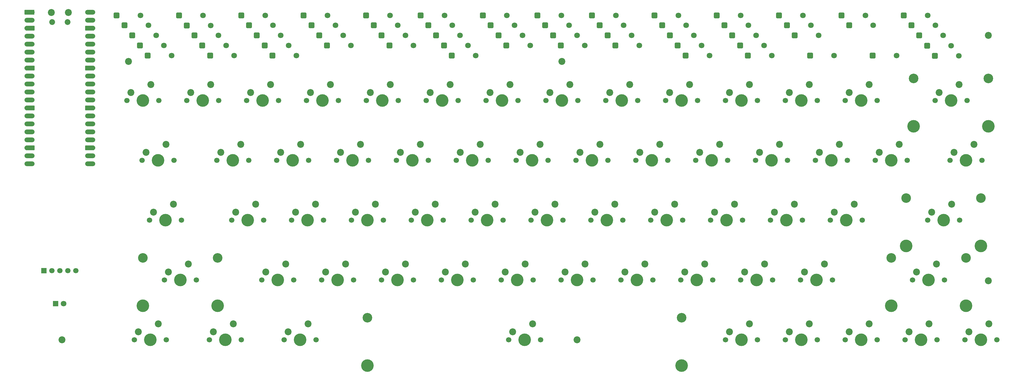
<source format=gbr>
%TF.GenerationSoftware,KiCad,Pcbnew,9.0.4*%
%TF.CreationDate,2025-10-25T13:09:07+02:00*%
%TF.ProjectId,orione-v2,6f72696f-6e65-42d7-9632-2e6b69636164,rev?*%
%TF.SameCoordinates,Original*%
%TF.FileFunction,Soldermask,Top*%
%TF.FilePolarity,Negative*%
%FSLAX46Y46*%
G04 Gerber Fmt 4.6, Leading zero omitted, Abs format (unit mm)*
G04 Created by KiCad (PCBNEW 9.0.4) date 2025-10-25 13:09:07*
%MOMM*%
%LPD*%
G01*
G04 APERTURE LIST*
G04 Aperture macros list*
%AMRoundRect*
0 Rectangle with rounded corners*
0 $1 Rounding radius*
0 $2 $3 $4 $5 $6 $7 $8 $9 X,Y pos of 4 corners*
0 Add a 4 corners polygon primitive as box body*
4,1,4,$2,$3,$4,$5,$6,$7,$8,$9,$2,$3,0*
0 Add four circle primitives for the rounded corners*
1,1,$1+$1,$2,$3*
1,1,$1+$1,$4,$5*
1,1,$1+$1,$6,$7*
1,1,$1+$1,$8,$9*
0 Add four rect primitives between the rounded corners*
20,1,$1+$1,$2,$3,$4,$5,0*
20,1,$1+$1,$4,$5,$6,$7,0*
20,1,$1+$1,$6,$7,$8,$9,0*
20,1,$1+$1,$8,$9,$2,$3,0*%
%AMFreePoly0*
4,1,37,0.800000,0.796148,0.878414,0.796148,1.032228,0.765552,1.177117,0.705537,1.307515,0.618408,1.418408,0.507515,1.505537,0.377117,1.565552,0.232228,1.596148,0.078414,1.596148,-0.078414,1.565552,-0.232228,1.505537,-0.377117,1.418408,-0.507515,1.307515,-0.618408,1.177117,-0.705537,1.032228,-0.765552,0.878414,-0.796148,0.800000,-0.796148,0.800000,-0.800000,-1.400000,-0.800000,
-1.403843,-0.796157,-1.439018,-0.796157,-1.511114,-0.766294,-1.566294,-0.711114,-1.596157,-0.639018,-1.596157,-0.603843,-1.600000,-0.600000,-1.600000,0.600000,-1.596157,0.603843,-1.596157,0.639018,-1.566294,0.711114,-1.511114,0.766294,-1.439018,0.796157,-1.403843,0.796157,-1.400000,0.800000,0.800000,0.800000,0.800000,0.796148,0.800000,0.796148,$1*%
%AMFreePoly1*
4,1,37,0.000000,0.796148,0.078414,0.796148,0.232228,0.765552,0.377117,0.705537,0.507515,0.618408,0.618408,0.507515,0.705537,0.377117,0.765552,0.232228,0.796148,0.078414,0.796148,-0.078414,0.765552,-0.232228,0.705537,-0.377117,0.618408,-0.507515,0.507515,-0.618408,0.377117,-0.705537,0.232228,-0.765552,0.078414,-0.796148,0.000000,-0.796148,0.000000,-0.800000,-0.600000,-0.800000,
-0.603843,-0.796157,-0.639018,-0.796157,-0.711114,-0.766294,-0.766294,-0.711114,-0.796157,-0.639018,-0.796157,-0.603843,-0.800000,-0.600000,-0.800000,0.600000,-0.796157,0.603843,-0.796157,0.639018,-0.766294,0.711114,-0.711114,0.766294,-0.639018,0.796157,-0.603843,0.796157,-0.600000,0.800000,0.000000,0.800000,0.000000,0.796148,0.000000,0.796148,$1*%
%AMFreePoly2*
4,1,37,0.603843,0.796157,0.639018,0.796157,0.711114,0.766294,0.766294,0.711114,0.796157,0.639018,0.796157,0.603843,0.800000,0.600000,0.800000,-0.600000,0.796157,-0.603843,0.796157,-0.639018,0.766294,-0.711114,0.711114,-0.766294,0.639018,-0.796157,0.603843,-0.796157,0.600000,-0.800000,0.000000,-0.800000,0.000000,-0.796148,-0.078414,-0.796148,-0.232228,-0.765552,-0.377117,-0.705537,
-0.507515,-0.618408,-0.618408,-0.507515,-0.705537,-0.377117,-0.765552,-0.232228,-0.796148,-0.078414,-0.796148,0.078414,-0.765552,0.232228,-0.705537,0.377117,-0.618408,0.507515,-0.507515,0.618408,-0.377117,0.705537,-0.232228,0.765552,-0.078414,0.796148,0.000000,0.796148,0.000000,0.800000,0.600000,0.800000,0.603843,0.796157,0.603843,0.796157,$1*%
%AMFreePoly3*
4,1,37,1.403843,0.796157,1.439018,0.796157,1.511114,0.766294,1.566294,0.711114,1.596157,0.639018,1.596157,0.603843,1.600000,0.600000,1.600000,-0.600000,1.596157,-0.603843,1.596157,-0.639018,1.566294,-0.711114,1.511114,-0.766294,1.439018,-0.796157,1.403843,-0.796157,1.400000,-0.800000,-0.800000,-0.800000,-0.800000,-0.796148,-0.878414,-0.796148,-1.032228,-0.765552,-1.177117,-0.705537,
-1.307515,-0.618408,-1.418408,-0.507515,-1.505537,-0.377117,-1.565552,-0.232228,-1.596148,-0.078414,-1.596148,0.078414,-1.565552,0.232228,-1.505537,0.377117,-1.418408,0.507515,-1.307515,0.618408,-1.177117,0.705537,-1.032228,0.765552,-0.878414,0.796148,-0.800000,0.796148,-0.800000,0.800000,1.400000,0.800000,1.403843,0.796157,1.403843,0.796157,$1*%
G04 Aperture macros list end*
%ADD10C,2.200000*%
%ADD11C,1.700000*%
%ADD12C,4.000000*%
%ADD13C,3.050000*%
%ADD14RoundRect,0.250000X-0.650000X-0.650000X0.650000X-0.650000X0.650000X0.650000X-0.650000X0.650000X0*%
%ADD15C,1.800000*%
%ADD16R,1.800000X1.800000*%
%ADD17R,1.700000X1.700000*%
%ADD18RoundRect,0.800000X-0.800000X-0.000010X0.800000X-0.000010X0.800000X0.000010X-0.800000X0.000010X0*%
%ADD19C,1.600000*%
%ADD20FreePoly0,0.000000*%
%ADD21FreePoly1,0.000000*%
%ADD22FreePoly2,0.000000*%
%ADD23FreePoly3,0.000000*%
%ADD24RoundRect,0.200000X-0.600000X-0.600000X0.600000X-0.600000X0.600000X0.600000X-0.600000X0.600000X0*%
%ADD25C,1.850000*%
G04 APERTURE END LIST*
D10*
%TO.C,SW1*%
X83662500Y-104247500D03*
X90012500Y-101707500D03*
D11*
X92552500Y-106787500D03*
D12*
X87472500Y-106787500D03*
D11*
X82392500Y-106787500D03*
%TD*%
D10*
%TO.C,SW2*%
X102712500Y-104247500D03*
X109062500Y-101707500D03*
D11*
X111602500Y-106787500D03*
D12*
X106522500Y-106787500D03*
D11*
X101442500Y-106787500D03*
%TD*%
D10*
%TO.C,SW3*%
X121762500Y-104247500D03*
X128112500Y-101707500D03*
D11*
X130652500Y-106787500D03*
D12*
X125572500Y-106787500D03*
D11*
X120492500Y-106787500D03*
%TD*%
D10*
%TO.C,SW4*%
X140812500Y-104247500D03*
X147162500Y-101707500D03*
D11*
X149702500Y-106787500D03*
D12*
X144622500Y-106787500D03*
D11*
X139542500Y-106787500D03*
%TD*%
D10*
%TO.C,SW5*%
X159862500Y-104247500D03*
X166212500Y-101707500D03*
D11*
X168752500Y-106787500D03*
D12*
X163672500Y-106787500D03*
D11*
X158592500Y-106787500D03*
%TD*%
D10*
%TO.C,SW6*%
X178912500Y-104247500D03*
X185262500Y-101707500D03*
D11*
X187802500Y-106787500D03*
D12*
X182722500Y-106787500D03*
D11*
X177642500Y-106787500D03*
%TD*%
D10*
%TO.C,SW7*%
X197962500Y-104247500D03*
X204312500Y-101707500D03*
D11*
X206852500Y-106787500D03*
D12*
X201772500Y-106787500D03*
D11*
X196692500Y-106787500D03*
%TD*%
D10*
%TO.C,SW8*%
X217012500Y-104247500D03*
X223362500Y-101707500D03*
D11*
X225902500Y-106787500D03*
D12*
X220822500Y-106787500D03*
D11*
X215742500Y-106787500D03*
%TD*%
D10*
%TO.C,SW9*%
X236062500Y-104247500D03*
X242412500Y-101707500D03*
D11*
X244952500Y-106787500D03*
D12*
X239872500Y-106787500D03*
D11*
X234792500Y-106787500D03*
%TD*%
D10*
%TO.C,SW10*%
X255112500Y-104247500D03*
X261462500Y-101707500D03*
D11*
X264002500Y-106787500D03*
D12*
X258922500Y-106787500D03*
D11*
X253842500Y-106787500D03*
%TD*%
D10*
%TO.C,SW11*%
X274162500Y-104247500D03*
X280512500Y-101707500D03*
D11*
X283052500Y-106787500D03*
D12*
X277972500Y-106787500D03*
D11*
X272892500Y-106787500D03*
%TD*%
D10*
%TO.C,SW12*%
X293212500Y-104247500D03*
X299562500Y-101707500D03*
D11*
X302102500Y-106787500D03*
D12*
X297022500Y-106787500D03*
D11*
X291942500Y-106787500D03*
%TD*%
D10*
%TO.C,SW13*%
X312262500Y-104247500D03*
X318612500Y-101707500D03*
D11*
X321152500Y-106787500D03*
D12*
X316072500Y-106787500D03*
D11*
X310992500Y-106787500D03*
%TD*%
D10*
%TO.C,SW14*%
X340837500Y-104247500D03*
X347187500Y-101707500D03*
D12*
X356547500Y-115027500D03*
D13*
X356547500Y-99787500D03*
D11*
X349727500Y-106787500D03*
D12*
X344647500Y-106787500D03*
D11*
X339567500Y-106787500D03*
D12*
X332747500Y-115027500D03*
D13*
X332747500Y-99787500D03*
%TD*%
D10*
%TO.C,SW15*%
X88425000Y-123297500D03*
X94775000Y-120757500D03*
D11*
X97315000Y-125837500D03*
D12*
X92235000Y-125837500D03*
D11*
X87155000Y-125837500D03*
%TD*%
D10*
%TO.C,SW16*%
X112237500Y-123297500D03*
X118587500Y-120757500D03*
D11*
X121127500Y-125837500D03*
D12*
X116047500Y-125837500D03*
D11*
X110967500Y-125837500D03*
%TD*%
D10*
%TO.C,SW17*%
X131287500Y-123297500D03*
X137637500Y-120757500D03*
D11*
X140177500Y-125837500D03*
D12*
X135097500Y-125837500D03*
D11*
X130017500Y-125837500D03*
%TD*%
D10*
%TO.C,SW18*%
X150337500Y-123297500D03*
X156687500Y-120757500D03*
D11*
X159227500Y-125837500D03*
D12*
X154147500Y-125837500D03*
D11*
X149067500Y-125837500D03*
%TD*%
D10*
%TO.C,SW19*%
X169387500Y-123297500D03*
X175737500Y-120757500D03*
D11*
X178277500Y-125837500D03*
D12*
X173197500Y-125837500D03*
D11*
X168117500Y-125837500D03*
%TD*%
D10*
%TO.C,SW20*%
X188437500Y-123297500D03*
X194787500Y-120757500D03*
D11*
X197327500Y-125837500D03*
D12*
X192247500Y-125837500D03*
D11*
X187167500Y-125837500D03*
%TD*%
D10*
%TO.C,SW21*%
X207487500Y-123297500D03*
X213837500Y-120757500D03*
D11*
X216377500Y-125837500D03*
D12*
X211297500Y-125837500D03*
D11*
X206217500Y-125837500D03*
%TD*%
D10*
%TO.C,SW22*%
X226537500Y-123297500D03*
X232887500Y-120757500D03*
D11*
X235427500Y-125837500D03*
D12*
X230347500Y-125837500D03*
D11*
X225267500Y-125837500D03*
%TD*%
D10*
%TO.C,SW23*%
X245587500Y-123297500D03*
X251937500Y-120757500D03*
D11*
X254477500Y-125837500D03*
D12*
X249397500Y-125837500D03*
D11*
X244317500Y-125837500D03*
%TD*%
D10*
%TO.C,SW24*%
X264637500Y-123297500D03*
X270987500Y-120757500D03*
D11*
X273527500Y-125837500D03*
D12*
X268447500Y-125837500D03*
D11*
X263367500Y-125837500D03*
%TD*%
D10*
%TO.C,SW25*%
X283687500Y-123297500D03*
X290037500Y-120757500D03*
D11*
X292577500Y-125837500D03*
D12*
X287497500Y-125837500D03*
D11*
X282417500Y-125837500D03*
%TD*%
D10*
%TO.C,SW26*%
X302737500Y-123297500D03*
X309087500Y-120757500D03*
D11*
X311627500Y-125837500D03*
D12*
X306547500Y-125837500D03*
D11*
X301467500Y-125837500D03*
%TD*%
D10*
%TO.C,SW27*%
X321787500Y-123297500D03*
X328137500Y-120757500D03*
D11*
X330677500Y-125837500D03*
D12*
X325597500Y-125837500D03*
D11*
X320517500Y-125837500D03*
%TD*%
%TO.C,SW28*%
X344330000Y-125837500D03*
D12*
X349410000Y-125837500D03*
D11*
X354490000Y-125837500D03*
D10*
X351950000Y-120757500D03*
X345600000Y-123297500D03*
%TD*%
%TO.C,SW29*%
X90806250Y-142347500D03*
X97156250Y-139807500D03*
D11*
X99696250Y-144887500D03*
D12*
X94616250Y-144887500D03*
D11*
X89536250Y-144887500D03*
%TD*%
D10*
%TO.C,SW30*%
X117000000Y-142347500D03*
X123350000Y-139807500D03*
D11*
X125890000Y-144887500D03*
D12*
X120810000Y-144887500D03*
D11*
X115730000Y-144887500D03*
%TD*%
D10*
%TO.C,SW31*%
X136050000Y-142347500D03*
X142400000Y-139807500D03*
D11*
X144940000Y-144887500D03*
D12*
X139860000Y-144887500D03*
D11*
X134780000Y-144887500D03*
%TD*%
D10*
%TO.C,SW32*%
X155100000Y-142347500D03*
X161450000Y-139807500D03*
D11*
X163990000Y-144887500D03*
D12*
X158910000Y-144887500D03*
D11*
X153830000Y-144887500D03*
%TD*%
D10*
%TO.C,SW33*%
X174150000Y-142347500D03*
X180500000Y-139807500D03*
D11*
X183040000Y-144887500D03*
D12*
X177960000Y-144887500D03*
D11*
X172880000Y-144887500D03*
%TD*%
D10*
%TO.C,SW34*%
X193200000Y-142347500D03*
X199550000Y-139807500D03*
D11*
X202090000Y-144887500D03*
D12*
X197010000Y-144887500D03*
D11*
X191930000Y-144887500D03*
%TD*%
D10*
%TO.C,SW35*%
X212250000Y-142347500D03*
X218600000Y-139807500D03*
D11*
X221140000Y-144887500D03*
D12*
X216060000Y-144887500D03*
D11*
X210980000Y-144887500D03*
%TD*%
D10*
%TO.C,SW36*%
X231300000Y-142347500D03*
X237650000Y-139807500D03*
D11*
X240190000Y-144887500D03*
D12*
X235110000Y-144887500D03*
D11*
X230030000Y-144887500D03*
%TD*%
D10*
%TO.C,SW37*%
X250350000Y-142347500D03*
X256700000Y-139807500D03*
D11*
X259240000Y-144887500D03*
D12*
X254160000Y-144887500D03*
D11*
X249080000Y-144887500D03*
%TD*%
D10*
%TO.C,SW38*%
X269400000Y-142347500D03*
X275750000Y-139807500D03*
D11*
X278290000Y-144887500D03*
D12*
X273210000Y-144887500D03*
D11*
X268130000Y-144887500D03*
%TD*%
D10*
%TO.C,SW39*%
X288450000Y-142347500D03*
X294800000Y-139807500D03*
D11*
X297340000Y-144887500D03*
D12*
X292260000Y-144887500D03*
D11*
X287180000Y-144887500D03*
%TD*%
D10*
%TO.C,SW40*%
X307500000Y-142347500D03*
X313850000Y-139807500D03*
D11*
X316390000Y-144887500D03*
D12*
X311310000Y-144887500D03*
D11*
X306230000Y-144887500D03*
%TD*%
D10*
%TO.C,SW41*%
X338456250Y-142347500D03*
X344806250Y-139807500D03*
D12*
X354166250Y-153127500D03*
D13*
X354166250Y-137887500D03*
D11*
X347346250Y-144887500D03*
D12*
X342266250Y-144887500D03*
D11*
X337186250Y-144887500D03*
D12*
X330366250Y-153127500D03*
D13*
X330366250Y-137887500D03*
%TD*%
D10*
%TO.C,SW42*%
X95568750Y-161397500D03*
X101918750Y-158857500D03*
D12*
X111278750Y-172177500D03*
D13*
X111278750Y-156937500D03*
D11*
X104458750Y-163937500D03*
D12*
X99378750Y-163937500D03*
D11*
X94298750Y-163937500D03*
D12*
X87478750Y-172177500D03*
D13*
X87478750Y-156937500D03*
%TD*%
D10*
%TO.C,SW43*%
X126525000Y-161397500D03*
X132875000Y-158857500D03*
D11*
X135415000Y-163937500D03*
D12*
X130335000Y-163937500D03*
D11*
X125255000Y-163937500D03*
%TD*%
D10*
%TO.C,SW44*%
X145575000Y-161397500D03*
X151925000Y-158857500D03*
D11*
X154465000Y-163937500D03*
D12*
X149385000Y-163937500D03*
D11*
X144305000Y-163937500D03*
%TD*%
D10*
%TO.C,SW45*%
X164625000Y-161397500D03*
X170975000Y-158857500D03*
D11*
X173515000Y-163937500D03*
D12*
X168435000Y-163937500D03*
D11*
X163355000Y-163937500D03*
%TD*%
D10*
%TO.C,SW46*%
X183675000Y-161397500D03*
X190025000Y-158857500D03*
D11*
X192565000Y-163937500D03*
D12*
X187485000Y-163937500D03*
D11*
X182405000Y-163937500D03*
%TD*%
D10*
%TO.C,SW47*%
X202725000Y-161397500D03*
X209075000Y-158857500D03*
D11*
X211615000Y-163937500D03*
D12*
X206535000Y-163937500D03*
D11*
X201455000Y-163937500D03*
%TD*%
D10*
%TO.C,SW48*%
X221775000Y-161397500D03*
X228125000Y-158857500D03*
D11*
X230665000Y-163937500D03*
D12*
X225585000Y-163937500D03*
D11*
X220505000Y-163937500D03*
%TD*%
D10*
%TO.C,SW49*%
X240825000Y-161397500D03*
X247175000Y-158857500D03*
D11*
X249715000Y-163937500D03*
D12*
X244635000Y-163937500D03*
D11*
X239555000Y-163937500D03*
%TD*%
D10*
%TO.C,SW50*%
X259875000Y-161397500D03*
X266225000Y-158857500D03*
D11*
X268765000Y-163937500D03*
D12*
X263685000Y-163937500D03*
D11*
X258605000Y-163937500D03*
%TD*%
D10*
%TO.C,SW51*%
X278925000Y-161397500D03*
X285275000Y-158857500D03*
D11*
X287815000Y-163937500D03*
D12*
X282735000Y-163937500D03*
D11*
X277655000Y-163937500D03*
%TD*%
D10*
%TO.C,SW52*%
X297975000Y-161397500D03*
X304325000Y-158857500D03*
D11*
X306865000Y-163937500D03*
D12*
X301785000Y-163937500D03*
D11*
X296705000Y-163937500D03*
%TD*%
D10*
%TO.C,SW53*%
X333693750Y-161397500D03*
X340043750Y-158857500D03*
D12*
X349403750Y-172177500D03*
D13*
X349403750Y-156937500D03*
D11*
X342583750Y-163937500D03*
D12*
X337503750Y-163937500D03*
D11*
X332423750Y-163937500D03*
D12*
X325603750Y-172177500D03*
D13*
X325603750Y-156937500D03*
%TD*%
D10*
%TO.C,SW54*%
X86043750Y-180447500D03*
X92393750Y-177907500D03*
D11*
X94933750Y-182987500D03*
D12*
X89853750Y-182987500D03*
D11*
X84773750Y-182987500D03*
%TD*%
D10*
%TO.C,SW55*%
X109856250Y-180447500D03*
X116206250Y-177907500D03*
D11*
X118746250Y-182987500D03*
D12*
X113666250Y-182987500D03*
D11*
X108586250Y-182987500D03*
%TD*%
D10*
%TO.C,SW56*%
X133668750Y-180447500D03*
X140018750Y-177907500D03*
D11*
X142558750Y-182987500D03*
D12*
X137478750Y-182987500D03*
D11*
X132398750Y-182987500D03*
%TD*%
D10*
%TO.C,SW57*%
X205106250Y-180447500D03*
X211456250Y-177907500D03*
D12*
X258916250Y-191227500D03*
D13*
X258916250Y-175987500D03*
D11*
X213996250Y-182987500D03*
D12*
X208916250Y-182987500D03*
D11*
X203836250Y-182987500D03*
D12*
X158916250Y-191227500D03*
D13*
X158916250Y-175987500D03*
%TD*%
D10*
%TO.C,SW58*%
X274162500Y-180447500D03*
X280512500Y-177907500D03*
D11*
X283052500Y-182987500D03*
D12*
X277972500Y-182987500D03*
D11*
X272892500Y-182987500D03*
%TD*%
D10*
%TO.C,SW59*%
X293212500Y-180447500D03*
X299562500Y-177907500D03*
D11*
X302102500Y-182987500D03*
D12*
X297022500Y-182987500D03*
D11*
X291942500Y-182987500D03*
%TD*%
D10*
%TO.C,SW60*%
X312262500Y-180447500D03*
X318612500Y-177907500D03*
D11*
X321152500Y-182987500D03*
D12*
X316072500Y-182987500D03*
D11*
X310992500Y-182987500D03*
%TD*%
D10*
%TO.C,SW61*%
X331312500Y-180447500D03*
X337662500Y-177907500D03*
D11*
X340202500Y-182987500D03*
D12*
X335122500Y-182987500D03*
D11*
X330042500Y-182987500D03*
%TD*%
D10*
%TO.C,SW62*%
X350362500Y-180447500D03*
X356712500Y-177907500D03*
D11*
X359252500Y-182987500D03*
D12*
X354172500Y-182987500D03*
D11*
X349092500Y-182987500D03*
%TD*%
D14*
%TO.C,D7*%
X195667500Y-79662500D03*
D15*
X203287500Y-79662500D03*
%TD*%
D14*
%TO.C,D38*%
X255187500Y-86070000D03*
D15*
X262807500Y-86070000D03*
%TD*%
D14*
%TO.C,D50*%
X237810000Y-89280000D03*
D15*
X245430000Y-89280000D03*
%TD*%
D14*
%TO.C,D55*%
X108850000Y-92480000D03*
D15*
X116470000Y-92480000D03*
%TD*%
D14*
%TO.C,D11*%
X270067500Y-79662500D03*
D15*
X277687500Y-79662500D03*
%TD*%
D10*
%TO.C,REF\u002A\u002A*%
X82902500Y-94305000D03*
%TD*%
D14*
%TO.C,D2*%
X98947500Y-79662500D03*
D15*
X106567500Y-79662500D03*
%TD*%
D14*
%TO.C,D23*%
X232850000Y-82860000D03*
D15*
X240470000Y-82860000D03*
%TD*%
D14*
%TO.C,D15*%
X81587500Y-82862500D03*
D15*
X89207500Y-82862500D03*
%TD*%
D14*
%TO.C,D24*%
X252700000Y-82860000D03*
D15*
X260320000Y-82860000D03*
%TD*%
D14*
%TO.C,D37*%
X235340000Y-86070000D03*
D15*
X242960000Y-86070000D03*
%TD*%
D14*
%TO.C,D44*%
X126197500Y-89275000D03*
D15*
X133817500Y-89275000D03*
%TD*%
%TO.C,D63*%
X62253460Y-171470000D03*
D16*
X59713460Y-171470000D03*
%TD*%
D14*
%TO.C,D48*%
X203100000Y-89280000D03*
D15*
X210720000Y-89280000D03*
%TD*%
D14*
%TO.C,D21*%
X198140000Y-82860000D03*
D15*
X205760000Y-82860000D03*
%TD*%
D14*
%TO.C,D8*%
X213027500Y-79662500D03*
D15*
X220647500Y-79662500D03*
%TD*%
D14*
%TO.C,D9*%
X230387500Y-79662500D03*
D15*
X238007500Y-79662500D03*
%TD*%
D14*
%TO.C,D57*%
X185730000Y-92490000D03*
D15*
X193350000Y-92490000D03*
%TD*%
D14*
%TO.C,D43*%
X106360000Y-89280000D03*
D15*
X113980000Y-89280000D03*
%TD*%
D14*
%TO.C,D14*%
X329587500Y-79662500D03*
D15*
X337207500Y-79662500D03*
%TD*%
D14*
%TO.C,D59*%
X279970000Y-92490000D03*
D15*
X287590000Y-92490000D03*
%TD*%
D14*
%TO.C,D62*%
X339490000Y-92530000D03*
D15*
X347110000Y-92530000D03*
%TD*%
D14*
%TO.C,D35*%
X200610000Y-86070000D03*
D15*
X208230000Y-86070000D03*
%TD*%
D14*
%TO.C,D33*%
X163427500Y-86062500D03*
D15*
X171047500Y-86062500D03*
%TD*%
D14*
%TO.C,D28*%
X332050000Y-82870000D03*
D15*
X339670000Y-82870000D03*
%TD*%
D10*
%TO.C,REF\u002A\u002A*%
X225585000Y-182987500D03*
%TD*%
D14*
%TO.C,D47*%
X183260000Y-89280000D03*
D15*
X190880000Y-89280000D03*
%TD*%
D14*
%TO.C,D3*%
X118787500Y-79662500D03*
D15*
X126407500Y-79662500D03*
%TD*%
D17*
%TO.C,J1*%
X55938460Y-160970000D03*
D11*
X58478460Y-160970000D03*
X61018460Y-160970000D03*
X63558460Y-160970000D03*
X66098460Y-160970000D03*
%TD*%
D14*
%TO.C,D10*%
X250227500Y-79662500D03*
D15*
X257847500Y-79662500D03*
%TD*%
D14*
%TO.C,D34*%
X180787500Y-86070000D03*
D15*
X188407500Y-86070000D03*
%TD*%
D14*
%TO.C,D46*%
X165900000Y-89270000D03*
D15*
X173520000Y-89270000D03*
%TD*%
D14*
%TO.C,D52*%
X277500000Y-89280000D03*
D15*
X285120000Y-89280000D03*
%TD*%
D14*
%TO.C,D49*%
X220460000Y-89280000D03*
D15*
X228080000Y-89280000D03*
%TD*%
D14*
%TO.C,D30*%
X103870000Y-86080000D03*
D15*
X111490000Y-86080000D03*
%TD*%
D14*
%TO.C,D25*%
X272547500Y-82865000D03*
D15*
X280167500Y-82865000D03*
%TD*%
D14*
%TO.C,D51*%
X257660000Y-89280000D03*
D15*
X265280000Y-89280000D03*
%TD*%
D14*
%TO.C,D32*%
X143587500Y-86065000D03*
D15*
X151207500Y-86065000D03*
%TD*%
D10*
%TO.C,REF\u002A\u002A*%
X356547500Y-164205000D03*
%TD*%
%TO.C,REF\u002A\u002A*%
X220822500Y-94305000D03*
%TD*%
D14*
%TO.C,D22*%
X215500000Y-82860000D03*
D15*
X223120000Y-82860000D03*
%TD*%
D14*
%TO.C,D45*%
X146067500Y-89265000D03*
D15*
X153687500Y-89265000D03*
%TD*%
D14*
%TO.C,D58*%
X260130000Y-92490000D03*
D15*
X267750000Y-92490000D03*
%TD*%
D14*
%TO.C,D13*%
X309747500Y-79662500D03*
D15*
X317367500Y-79662500D03*
%TD*%
D14*
%TO.C,D16*%
X101410000Y-82880000D03*
D15*
X109030000Y-82880000D03*
%TD*%
D10*
%TO.C,REF\u002A\u002A*%
X356547500Y-86055000D03*
%TD*%
D14*
%TO.C,D4*%
X138627500Y-79662500D03*
D15*
X146247500Y-79662500D03*
%TD*%
D14*
%TO.C,D31*%
X123720000Y-86080000D03*
D15*
X131340000Y-86080000D03*
%TD*%
D14*
%TO.C,D27*%
X312210000Y-82870000D03*
D15*
X319830000Y-82870000D03*
%TD*%
D14*
%TO.C,D12*%
X289907500Y-79665000D03*
D15*
X297527500Y-79665000D03*
%TD*%
D14*
%TO.C,D60*%
X299827500Y-92455000D03*
D15*
X307447500Y-92455000D03*
%TD*%
D14*
%TO.C,D42*%
X86520000Y-89280000D03*
D15*
X94140000Y-89280000D03*
%TD*%
D14*
%TO.C,D6*%
X175827500Y-79662500D03*
D15*
X183447500Y-79662500D03*
%TD*%
D14*
%TO.C,D26*%
X292387500Y-82862500D03*
D15*
X300007500Y-82862500D03*
%TD*%
D14*
%TO.C,D1*%
X79097500Y-79662500D03*
D15*
X86717500Y-79662500D03*
%TD*%
D10*
%TO.C,REF\u002A\u002A*%
X61712500Y-182987500D03*
%TD*%
D14*
%TO.C,D18*%
X141107500Y-82862500D03*
D15*
X148727500Y-82862500D03*
%TD*%
D14*
%TO.C,D40*%
X294860000Y-86070000D03*
D15*
X302480000Y-86070000D03*
%TD*%
D14*
%TO.C,D5*%
X158467500Y-79662500D03*
D15*
X166087500Y-79662500D03*
%TD*%
D14*
%TO.C,D41*%
X334530000Y-86090000D03*
D15*
X342150000Y-86090000D03*
%TD*%
D14*
%TO.C,D29*%
X84060000Y-86070000D03*
D15*
X91680000Y-86070000D03*
%TD*%
D14*
%TO.C,D56*%
X128667500Y-92470000D03*
D15*
X136287500Y-92470000D03*
%TD*%
D14*
%TO.C,D39*%
X275010000Y-86070000D03*
D15*
X282630000Y-86070000D03*
%TD*%
D14*
%TO.C,D53*%
X337027500Y-89310000D03*
D15*
X344647500Y-89310000D03*
%TD*%
D14*
%TO.C,D54*%
X89000000Y-92490000D03*
D15*
X96620000Y-92490000D03*
%TD*%
D14*
%TO.C,D61*%
X319667500Y-92455000D03*
D15*
X327287500Y-92455000D03*
%TD*%
D14*
%TO.C,D17*%
X121240000Y-82870000D03*
D15*
X128860000Y-82870000D03*
%TD*%
D14*
%TO.C,D20*%
X178307500Y-82862500D03*
D15*
X185927500Y-82862500D03*
%TD*%
D14*
%TO.C,D36*%
X217987500Y-86070000D03*
D15*
X225607500Y-86070000D03*
%TD*%
D14*
%TO.C,D19*%
X160930000Y-82870000D03*
D15*
X168550000Y-82870000D03*
%TD*%
D18*
%TO.C,A1*%
X70722100Y-78665000D03*
D19*
X69922100Y-78665000D03*
D18*
X70722100Y-81205000D03*
D19*
X69922100Y-81205000D03*
D20*
X70722100Y-83745000D03*
D21*
X69922100Y-83745000D03*
D18*
X70722100Y-86285000D03*
D19*
X69922100Y-86285000D03*
D18*
X70722100Y-88825000D03*
D19*
X69922100Y-88825000D03*
D18*
X70722100Y-91365000D03*
D19*
X69922100Y-91365000D03*
D18*
X70722100Y-93905000D03*
D19*
X69922100Y-93905000D03*
D20*
X70722100Y-96445000D03*
D21*
X69922100Y-96445000D03*
D18*
X70722100Y-98985000D03*
D19*
X69922100Y-98985000D03*
D18*
X70722100Y-101525000D03*
D19*
X69922100Y-101525000D03*
D18*
X70722100Y-104065000D03*
D19*
X69922100Y-104065000D03*
D18*
X70722100Y-106605000D03*
D19*
X69922100Y-106605000D03*
D20*
X70722100Y-109145000D03*
D21*
X69922100Y-109145000D03*
D18*
X70722100Y-111685000D03*
D19*
X69922100Y-111685000D03*
D18*
X70722100Y-114225000D03*
D19*
X69922100Y-114225000D03*
D18*
X70722100Y-116765000D03*
D19*
X69922100Y-116765000D03*
D18*
X70722100Y-119305000D03*
D19*
X69922100Y-119305000D03*
D20*
X70722100Y-121845000D03*
D21*
X69922100Y-121845000D03*
D18*
X70722100Y-124385000D03*
D19*
X69922100Y-124385000D03*
D18*
X70722100Y-126925000D03*
D19*
X69922100Y-126925000D03*
X52142100Y-126925000D03*
D18*
X51342100Y-126925000D03*
D19*
X52142100Y-124385000D03*
D18*
X51342100Y-124385000D03*
D22*
X52142100Y-121845000D03*
D23*
X51342100Y-121845000D03*
D19*
X52142100Y-119305000D03*
D18*
X51342100Y-119305000D03*
D19*
X52142100Y-116765000D03*
D18*
X51342100Y-116765000D03*
D19*
X52142100Y-114225000D03*
D18*
X51342100Y-114225000D03*
D19*
X52142100Y-111685000D03*
D18*
X51342100Y-111685000D03*
D22*
X52142100Y-109145000D03*
D23*
X51342100Y-109145000D03*
D19*
X52142100Y-106605000D03*
D18*
X51342100Y-106605000D03*
D19*
X52142100Y-104065000D03*
D18*
X51342100Y-104065000D03*
D19*
X52142100Y-101525000D03*
D18*
X51342100Y-101525000D03*
D19*
X52142100Y-98985000D03*
D18*
X51342100Y-98985000D03*
D22*
X52142100Y-96445000D03*
D23*
X51342100Y-96445000D03*
D19*
X52142100Y-93905000D03*
D18*
X51342100Y-93905000D03*
D19*
X52142100Y-91365000D03*
D18*
X51342100Y-91365000D03*
D19*
X52142100Y-88825000D03*
D18*
X51342100Y-88825000D03*
D19*
X52142100Y-86285000D03*
D18*
X51342100Y-86285000D03*
D22*
X52142100Y-83745000D03*
D23*
X51342100Y-83745000D03*
D19*
X52142100Y-81205000D03*
D18*
X51342100Y-81205000D03*
D24*
X52142100Y-78665000D03*
D20*
X51342100Y-78665000D03*
D10*
X63757100Y-78795000D03*
D25*
X63457100Y-81825000D03*
X58607100Y-81825000D03*
D10*
X58307100Y-78795000D03*
%TD*%
M02*

</source>
